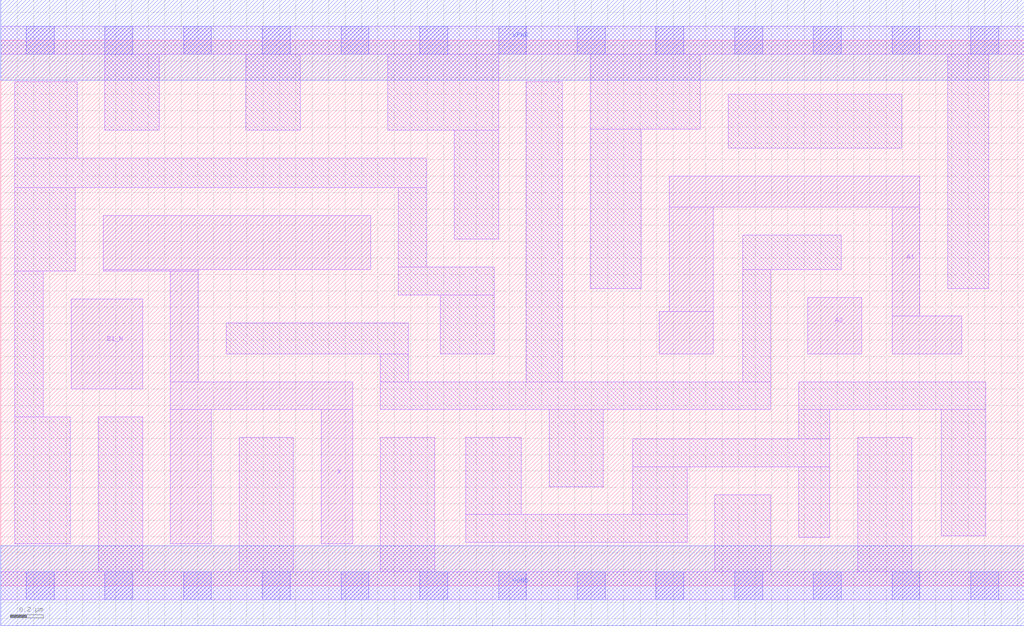
<source format=lef>
# Copyright 2020 The SkyWater PDK Authors
#
# Licensed under the Apache License, Version 2.0 (the "License");
# you may not use this file except in compliance with the License.
# You may obtain a copy of the License at
#
#     https://www.apache.org/licenses/LICENSE-2.0
#
# Unless required by applicable law or agreed to in writing, software
# distributed under the License is distributed on an "AS IS" BASIS,
# WITHOUT WARRANTIES OR CONDITIONS OF ANY KIND, either express or implied.
# See the License for the specific language governing permissions and
# limitations under the License.
#
# SPDX-License-Identifier: Apache-2.0

VERSION 5.7 ;
  NOWIREEXTENSIONATPIN ON ;
  DIVIDERCHAR "/" ;
  BUSBITCHARS "[]" ;
UNITS
  DATABASE MICRONS 200 ;
END UNITS
MACRO sky130_fd_sc_lp__o21ba_4
  CLASS CORE ;
  FOREIGN sky130_fd_sc_lp__o21ba_4 ;
  ORIGIN  0.000000  0.000000 ;
  SIZE  6.240000 BY  3.330000 ;
  SYMMETRY X Y R90 ;
  SITE unit ;
  PIN A1
    ANTENNAGATEAREA  0.630000 ;
    DIRECTION INPUT ;
    USE SIGNAL ;
    PORT
      LAYER li1 ;
        RECT 4.015000 1.415000 4.345000 1.675000 ;
        RECT 4.075000 1.675000 4.345000 2.310000 ;
        RECT 4.075000 2.310000 5.605000 2.500000 ;
        RECT 5.435000 1.415000 5.860000 1.645000 ;
        RECT 5.435000 1.645000 5.605000 2.310000 ;
    END
  END A1
  PIN A2
    ANTENNAGATEAREA  0.630000 ;
    DIRECTION INPUT ;
    USE SIGNAL ;
    PORT
      LAYER li1 ;
        RECT 4.920000 1.415000 5.250000 1.760000 ;
    END
  END A2
  PIN B1_N
    ANTENNAGATEAREA  0.315000 ;
    DIRECTION INPUT ;
    USE SIGNAL ;
    PORT
      LAYER li1 ;
        RECT 0.430000 1.200000 0.865000 1.750000 ;
    END
  END B1_N
  PIN X
    ANTENNADIFFAREA  1.176000 ;
    DIRECTION OUTPUT ;
    USE SIGNAL ;
    PORT
      LAYER li1 ;
        RECT 0.625000 1.920000 1.205000 1.930000 ;
        RECT 0.625000 1.930000 2.255000 2.260000 ;
        RECT 1.035000 0.255000 1.285000 1.075000 ;
        RECT 1.035000 1.075000 2.145000 1.245000 ;
        RECT 1.035000 1.245000 1.205000 1.920000 ;
        RECT 1.955000 0.255000 2.145000 1.075000 ;
    END
  END X
  PIN VGND
    DIRECTION INOUT ;
    USE GROUND ;
    PORT
      LAYER met1 ;
        RECT 0.000000 -0.245000 6.240000 0.245000 ;
    END
  END VGND
  PIN VPWR
    DIRECTION INOUT ;
    USE POWER ;
    PORT
      LAYER met1 ;
        RECT 0.000000 3.085000 6.240000 3.575000 ;
    END
  END VPWR
  OBS
    LAYER li1 ;
      RECT 0.000000 -0.085000 6.240000 0.085000 ;
      RECT 0.000000  3.245000 6.240000 3.415000 ;
      RECT 0.085000  0.255000 0.425000 1.030000 ;
      RECT 0.085000  1.030000 0.260000 1.920000 ;
      RECT 0.085000  1.920000 0.455000 2.430000 ;
      RECT 0.085000  2.430000 2.595000 2.610000 ;
      RECT 0.085000  2.610000 0.465000 3.075000 ;
      RECT 0.595000  0.085000 0.865000 1.030000 ;
      RECT 0.635000  2.780000 0.965000 3.245000 ;
      RECT 1.375000  1.415000 2.485000 1.605000 ;
      RECT 1.455000  0.085000 1.785000 0.905000 ;
      RECT 1.495000  2.780000 1.825000 3.245000 ;
      RECT 2.315000  0.085000 2.645000 0.905000 ;
      RECT 2.315000  1.075000 4.695000 1.245000 ;
      RECT 2.315000  1.245000 2.485000 1.415000 ;
      RECT 2.360000  2.780000 3.035000 3.245000 ;
      RECT 2.425000  1.775000 3.010000 1.945000 ;
      RECT 2.425000  1.945000 2.595000 2.430000 ;
      RECT 2.680000  1.415000 3.010000 1.775000 ;
      RECT 2.765000  2.115000 3.035000 2.780000 ;
      RECT 2.835000  0.265000 4.185000 0.435000 ;
      RECT 2.835000  0.435000 3.175000 0.905000 ;
      RECT 3.205000  1.245000 3.425000 3.075000 ;
      RECT 3.345000  0.605000 3.675000 1.075000 ;
      RECT 3.595000  1.815000 3.905000 2.785000 ;
      RECT 3.595000  2.785000 4.265000 3.245000 ;
      RECT 3.855000  0.435000 4.185000 0.725000 ;
      RECT 3.855000  0.725000 5.055000 0.895000 ;
      RECT 4.355000  0.085000 4.695000 0.555000 ;
      RECT 4.435000  2.670000 5.495000 3.000000 ;
      RECT 4.525000  1.245000 4.695000 1.930000 ;
      RECT 4.525000  1.930000 5.125000 2.140000 ;
      RECT 4.865000  0.295000 5.055000 0.725000 ;
      RECT 4.865000  0.895000 5.055000 1.075000 ;
      RECT 4.865000  1.075000 6.005000 1.245000 ;
      RECT 5.225000  0.085000 5.555000 0.905000 ;
      RECT 5.735000  0.305000 6.005000 1.075000 ;
      RECT 5.775000  1.815000 6.025000 3.245000 ;
    LAYER mcon ;
      RECT 0.155000 -0.085000 0.325000 0.085000 ;
      RECT 0.155000  3.245000 0.325000 3.415000 ;
      RECT 0.635000 -0.085000 0.805000 0.085000 ;
      RECT 0.635000  3.245000 0.805000 3.415000 ;
      RECT 1.115000 -0.085000 1.285000 0.085000 ;
      RECT 1.115000  3.245000 1.285000 3.415000 ;
      RECT 1.595000 -0.085000 1.765000 0.085000 ;
      RECT 1.595000  3.245000 1.765000 3.415000 ;
      RECT 2.075000 -0.085000 2.245000 0.085000 ;
      RECT 2.075000  3.245000 2.245000 3.415000 ;
      RECT 2.555000 -0.085000 2.725000 0.085000 ;
      RECT 2.555000  3.245000 2.725000 3.415000 ;
      RECT 3.035000 -0.085000 3.205000 0.085000 ;
      RECT 3.035000  3.245000 3.205000 3.415000 ;
      RECT 3.515000 -0.085000 3.685000 0.085000 ;
      RECT 3.515000  3.245000 3.685000 3.415000 ;
      RECT 3.995000 -0.085000 4.165000 0.085000 ;
      RECT 3.995000  3.245000 4.165000 3.415000 ;
      RECT 4.475000 -0.085000 4.645000 0.085000 ;
      RECT 4.475000  3.245000 4.645000 3.415000 ;
      RECT 4.955000 -0.085000 5.125000 0.085000 ;
      RECT 4.955000  3.245000 5.125000 3.415000 ;
      RECT 5.435000 -0.085000 5.605000 0.085000 ;
      RECT 5.435000  3.245000 5.605000 3.415000 ;
      RECT 5.915000 -0.085000 6.085000 0.085000 ;
      RECT 5.915000  3.245000 6.085000 3.415000 ;
  END
END sky130_fd_sc_lp__o21ba_4
END LIBRARY

</source>
